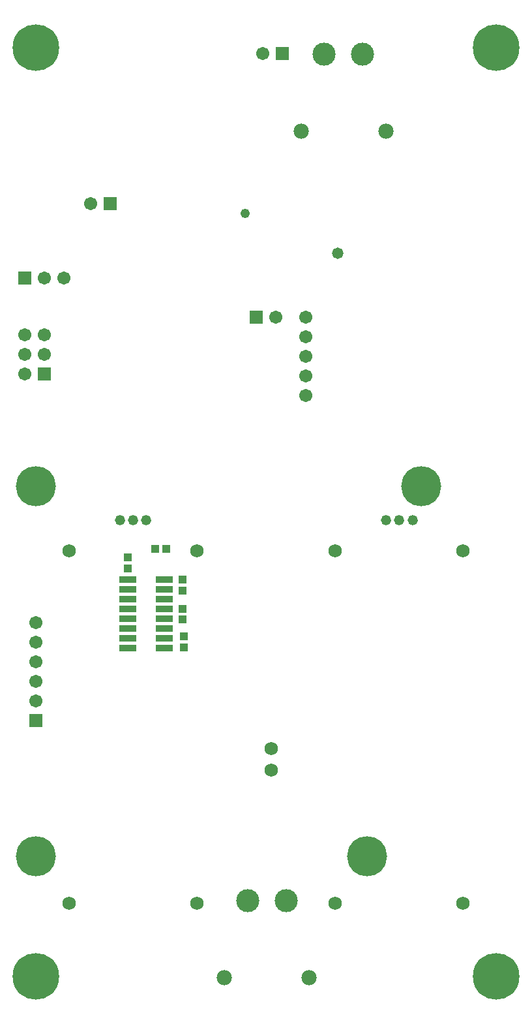
<source format=gbs>
G04*
G04 #@! TF.GenerationSoftware,Altium Limited,Altium Designer,18.0.12 (696)*
G04*
G04 Layer_Color=16711935*
%FSLAX25Y25*%
%MOIN*%
G70*
G01*
G75*
%ADD20R,0.04343X0.03950*%
%ADD22R,0.03950X0.04343*%
%ADD49R,0.06706X0.06706*%
%ADD50C,0.06706*%
%ADD51R,0.06706X0.06706*%
%ADD52C,0.20500*%
%ADD53C,0.06800*%
%ADD54C,0.11800*%
%ADD55C,0.07800*%
%ADD57C,0.05200*%
%ADD58C,0.23800*%
%ADD59C,0.05800*%
%ADD60C,0.04800*%
%ADD109R,0.08900X0.03200*%
D20*
X67000Y227226D02*
D03*
Y232737D02*
D03*
X95149Y221419D02*
D03*
Y215907D02*
D03*
Y206437D02*
D03*
Y200926D02*
D03*
X95728Y192419D02*
D03*
Y186907D02*
D03*
D22*
X81244Y236982D02*
D03*
X86756D02*
D03*
D49*
X14500Y375500D02*
D03*
X58000Y413500D02*
D03*
X132760Y355500D02*
D03*
X146000Y490000D02*
D03*
D50*
X24500Y375500D02*
D03*
X34500D02*
D03*
X14389Y326500D02*
D03*
X24389Y336500D02*
D03*
X14389D02*
D03*
X24389Y346500D02*
D03*
X14389D02*
D03*
X48000Y413500D02*
D03*
X142760Y355500D02*
D03*
X20140Y159488D02*
D03*
Y169488D02*
D03*
Y179488D02*
D03*
Y189488D02*
D03*
Y199488D02*
D03*
X136000Y490000D02*
D03*
X158000Y315500D02*
D03*
Y325500D02*
D03*
Y335500D02*
D03*
Y345500D02*
D03*
Y355500D02*
D03*
D51*
X24389Y326500D02*
D03*
X20140Y149488D02*
D03*
D52*
X189431Y80000D02*
D03*
X216990Y268976D02*
D03*
X20140D02*
D03*
Y80000D02*
D03*
D53*
X140500Y124000D02*
D03*
Y135000D02*
D03*
X37000Y236000D02*
D03*
Y56197D02*
D03*
X102394Y236000D02*
D03*
Y56197D02*
D03*
X238500D02*
D03*
Y236000D02*
D03*
X173106Y56197D02*
D03*
Y236000D02*
D03*
D54*
X128315Y57500D02*
D03*
X148000D02*
D03*
X167504Y489870D02*
D03*
X187189D02*
D03*
D55*
X116504Y18130D02*
D03*
X159811D02*
D03*
X155693Y450500D02*
D03*
X199000D02*
D03*
D57*
X63000Y251697D02*
D03*
X69697D02*
D03*
X76500D02*
D03*
X212606D02*
D03*
X205803D02*
D03*
X199106D02*
D03*
D58*
X20140Y493000D02*
D03*
Y18762D02*
D03*
X255451D02*
D03*
Y493000D02*
D03*
D59*
X247000D02*
D03*
X255451Y484500D02*
D03*
X264000Y493000D02*
D03*
X255500Y501500D02*
D03*
X174500Y388000D02*
D03*
X20140Y502000D02*
D03*
X29140Y493000D02*
D03*
X11140D02*
D03*
X20140Y484000D02*
D03*
Y27762D02*
D03*
X29140Y18762D02*
D03*
X11140D02*
D03*
X20140Y9762D02*
D03*
X255451Y27762D02*
D03*
X264451Y18762D02*
D03*
X246451D02*
D03*
X255451Y9762D02*
D03*
D60*
X127000Y408500D02*
D03*
D109*
X85900Y221482D02*
D03*
Y216482D02*
D03*
Y211482D02*
D03*
Y206482D02*
D03*
Y201482D02*
D03*
Y196482D02*
D03*
Y191482D02*
D03*
Y186482D02*
D03*
X67000D02*
D03*
Y191482D02*
D03*
Y196482D02*
D03*
Y201482D02*
D03*
Y206482D02*
D03*
Y211482D02*
D03*
Y216482D02*
D03*
Y221482D02*
D03*
M02*

</source>
